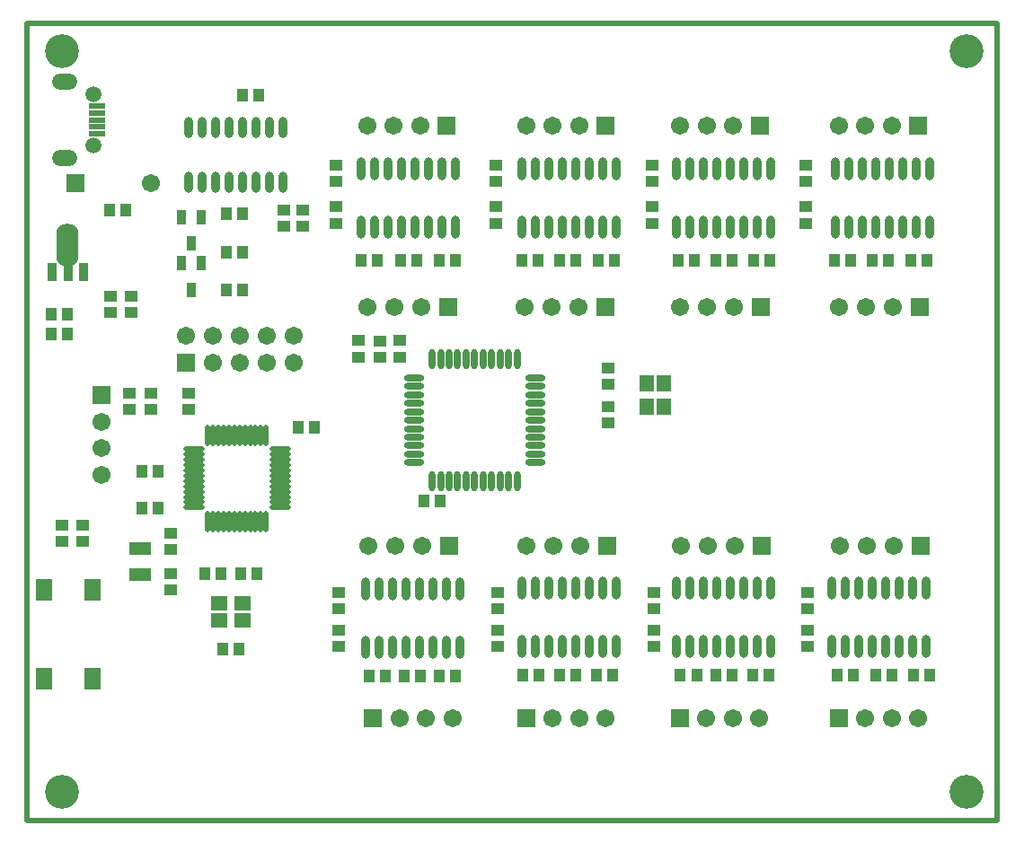
<source format=gts>
G04*
G04 #@! TF.GenerationSoftware,Altium Limited,Altium Designer,18.1.9 (240)*
G04*
G04 Layer_Color=8388736*
%FSLAX24Y24*%
%MOIN*%
G70*
G01*
G75*
%ADD20C,0.0200*%
%ADD38R,0.0466X0.0446*%
%ADD39R,0.0533X0.0631*%
%ADD40R,0.0446X0.0466*%
%ADD41R,0.0345X0.0700*%
G04:AMPARAMS|DCode=42|XSize=158mil|YSize=83mil|CornerRadius=37.8mil|HoleSize=0mil|Usage=FLASHONLY|Rotation=270.000|XOffset=0mil|YOffset=0mil|HoleType=Round|Shape=RoundedRectangle|*
%AMROUNDEDRECTD42*
21,1,0.1580,0.0075,0,0,270.0*
21,1,0.0825,0.0830,0,0,270.0*
1,1,0.0755,-0.0038,-0.0413*
1,1,0.0755,-0.0038,0.0413*
1,1,0.0755,0.0038,0.0413*
1,1,0.0755,0.0038,-0.0413*
%
%ADD42ROUNDEDRECTD42*%
%ADD43C,0.0080*%
%ADD44R,0.0631X0.0237*%
%ADD45O,0.0316X0.0789*%
%ADD46R,0.0789X0.0474*%
%ADD47R,0.0631X0.0533*%
%ADD48R,0.0592X0.0789*%
%ADD49O,0.0317X0.0856*%
%ADD50O,0.0737X0.0245*%
%ADD51O,0.0245X0.0737*%
%ADD52O,0.0198X0.0789*%
%ADD53O,0.0789X0.0198*%
%ADD54R,0.0356X0.0572*%
%ADD55C,0.0671*%
%ADD56R,0.0671X0.0671*%
%ADD57R,0.0671X0.0671*%
%ADD58C,0.1261*%
%ADD59C,0.0592*%
%ADD60O,0.0946X0.0592*%
D20*
X0Y29600D02*
X36000D01*
Y0D02*
Y29600D01*
X0Y0D02*
X36000D01*
X0Y50D02*
Y29600D01*
Y50D02*
X50Y0D01*
D38*
X12300Y17805D02*
D03*
Y17199D02*
D03*
X3800Y15247D02*
D03*
Y15853D02*
D03*
X21550Y16803D02*
D03*
Y16197D02*
D03*
Y14747D02*
D03*
Y15353D02*
D03*
X13835Y17199D02*
D03*
Y17805D02*
D03*
X13085Y17804D02*
D03*
Y17198D02*
D03*
X3862Y18847D02*
D03*
Y19453D02*
D03*
X3079Y18847D02*
D03*
Y19453D02*
D03*
X2050Y10953D02*
D03*
Y10347D02*
D03*
X1300Y10964D02*
D03*
Y10357D02*
D03*
X4600Y15247D02*
D03*
Y15853D02*
D03*
X28948Y7864D02*
D03*
Y8471D02*
D03*
Y7053D02*
D03*
Y6447D02*
D03*
X23248Y7864D02*
D03*
Y8471D02*
D03*
Y7053D02*
D03*
Y6447D02*
D03*
X17448Y7053D02*
D03*
Y6447D02*
D03*
Y7864D02*
D03*
Y8471D02*
D03*
X11548Y7053D02*
D03*
Y6447D02*
D03*
X6000Y15247D02*
D03*
Y15853D02*
D03*
X11548Y8471D02*
D03*
Y7864D02*
D03*
X17400Y22171D02*
D03*
Y22777D02*
D03*
Y24327D02*
D03*
Y23721D02*
D03*
X11450Y24327D02*
D03*
Y23721D02*
D03*
X28900D02*
D03*
Y24327D02*
D03*
X23200Y22777D02*
D03*
Y22171D02*
D03*
Y23721D02*
D03*
Y24327D02*
D03*
X28900Y22777D02*
D03*
Y22171D02*
D03*
X11450Y22777D02*
D03*
Y22171D02*
D03*
X10235Y22041D02*
D03*
Y22647D02*
D03*
X9535D02*
D03*
Y22041D02*
D03*
X5319Y8554D02*
D03*
Y9160D02*
D03*
Y10660D02*
D03*
Y10054D02*
D03*
D39*
X22985Y16233D02*
D03*
X23615Y15367D02*
D03*
X22985D02*
D03*
X23615Y16233D02*
D03*
D40*
X14730Y11850D02*
D03*
X15336D02*
D03*
X897Y18050D02*
D03*
X1503D02*
D03*
X897Y18800D02*
D03*
X1503D02*
D03*
X15901Y5350D02*
D03*
X15295D02*
D03*
X14601D02*
D03*
X13995D02*
D03*
X13301D02*
D03*
X12695D02*
D03*
X8537Y9141D02*
D03*
X7931D02*
D03*
X4856Y11591D02*
D03*
X4250D02*
D03*
X10653Y14600D02*
D03*
X10047D02*
D03*
X20364Y5393D02*
D03*
X19757D02*
D03*
X21721D02*
D03*
X21114D02*
D03*
X19001D02*
D03*
X18395D02*
D03*
X26151D02*
D03*
X25545D02*
D03*
X24848D02*
D03*
X24242D02*
D03*
X27520D02*
D03*
X26913D02*
D03*
X32101D02*
D03*
X31495D02*
D03*
X30651D02*
D03*
X30045D02*
D03*
X33501D02*
D03*
X32895D02*
D03*
X33403Y20774D02*
D03*
X32797D02*
D03*
X31953D02*
D03*
X31347D02*
D03*
X26175D02*
D03*
X25569D02*
D03*
X4856Y12944D02*
D03*
X4250D02*
D03*
X3047Y22650D02*
D03*
X3653D02*
D03*
X7997Y26925D02*
D03*
X8603D02*
D03*
X19747Y20774D02*
D03*
X20353D02*
D03*
X29947D02*
D03*
X30553D02*
D03*
X26969D02*
D03*
X27575D02*
D03*
X24169D02*
D03*
X24775D02*
D03*
X15297D02*
D03*
X15903D02*
D03*
X18347D02*
D03*
X18953D02*
D03*
X21191D02*
D03*
X21797D02*
D03*
X13847D02*
D03*
X14453D02*
D03*
X12397D02*
D03*
X13003D02*
D03*
X7987Y21091D02*
D03*
X7381D02*
D03*
X7381Y19698D02*
D03*
X7987D02*
D03*
X7987Y22514D02*
D03*
X7381D02*
D03*
X7203Y9141D02*
D03*
X6597D02*
D03*
X7856Y6341D02*
D03*
X7250D02*
D03*
D41*
X1517Y20370D02*
D03*
X2104D02*
D03*
X923D02*
D03*
D42*
X1503Y21344D02*
D03*
D43*
D03*
D44*
X2599Y26512D02*
D03*
Y26256D02*
D03*
Y26000D02*
D03*
Y25744D02*
D03*
Y25488D02*
D03*
D45*
X9487Y25738D02*
D03*
X8987D02*
D03*
X8487D02*
D03*
X7987D02*
D03*
X7487D02*
D03*
X6987D02*
D03*
X6487D02*
D03*
X5987D02*
D03*
X9487Y23691D02*
D03*
X8987D02*
D03*
X8487D02*
D03*
X7987D02*
D03*
X7487D02*
D03*
X6987D02*
D03*
X6487D02*
D03*
X5987D02*
D03*
D46*
X4200Y9108D02*
D03*
Y10092D02*
D03*
D47*
X7986Y7429D02*
D03*
X7120Y8059D02*
D03*
Y7429D02*
D03*
X7986Y8059D02*
D03*
D48*
X642Y8553D02*
D03*
X2413Y5247D02*
D03*
X642D02*
D03*
X2413Y8553D02*
D03*
D49*
X33348Y8617D02*
D03*
X32848D02*
D03*
X32348D02*
D03*
X31848D02*
D03*
X31348D02*
D03*
X30848D02*
D03*
X30348D02*
D03*
X29848D02*
D03*
X33348Y6463D02*
D03*
X32848D02*
D03*
X32348D02*
D03*
X31848D02*
D03*
X31348D02*
D03*
X30848D02*
D03*
X30348D02*
D03*
X29848D02*
D03*
X27595Y8617D02*
D03*
X27095D02*
D03*
X26595D02*
D03*
X26095D02*
D03*
X25595D02*
D03*
X25095D02*
D03*
X24595D02*
D03*
X24095D02*
D03*
X27595Y6463D02*
D03*
X27095D02*
D03*
X26595D02*
D03*
X26095D02*
D03*
X25595D02*
D03*
X25095D02*
D03*
X24595D02*
D03*
X24095D02*
D03*
X21846Y8617D02*
D03*
X21346D02*
D03*
X20846D02*
D03*
X20346D02*
D03*
X19846D02*
D03*
X19346D02*
D03*
X18846D02*
D03*
X18346D02*
D03*
X21846Y6463D02*
D03*
X21346D02*
D03*
X20846D02*
D03*
X20346D02*
D03*
X19846D02*
D03*
X19346D02*
D03*
X18846D02*
D03*
X18346D02*
D03*
X16045Y8592D02*
D03*
X15545D02*
D03*
X15045D02*
D03*
X14545D02*
D03*
X14045D02*
D03*
X13545D02*
D03*
X13045D02*
D03*
X12545D02*
D03*
X16045Y6438D02*
D03*
X15545D02*
D03*
X15045D02*
D03*
X14545D02*
D03*
X14045D02*
D03*
X13545D02*
D03*
X13045D02*
D03*
X12545D02*
D03*
X33501Y24176D02*
D03*
X33001D02*
D03*
X32501D02*
D03*
X32001D02*
D03*
X31501D02*
D03*
X31001D02*
D03*
X30501D02*
D03*
X30001D02*
D03*
X33501Y22022D02*
D03*
X33001D02*
D03*
X32501D02*
D03*
X32001D02*
D03*
X31501D02*
D03*
X31001D02*
D03*
X30501D02*
D03*
X30001D02*
D03*
X27597Y24176D02*
D03*
X27097D02*
D03*
X26597D02*
D03*
X26097D02*
D03*
X25597D02*
D03*
X25097D02*
D03*
X24597D02*
D03*
X24097D02*
D03*
X27597Y22022D02*
D03*
X27097D02*
D03*
X26597D02*
D03*
X26097D02*
D03*
X25597D02*
D03*
X25097D02*
D03*
X24597D02*
D03*
X24097D02*
D03*
X15900Y24176D02*
D03*
X15400D02*
D03*
X14900D02*
D03*
X14400D02*
D03*
X13900D02*
D03*
X13400D02*
D03*
X12900D02*
D03*
X12400D02*
D03*
X15900Y22022D02*
D03*
X15400D02*
D03*
X14900D02*
D03*
X14400D02*
D03*
X13900D02*
D03*
X13400D02*
D03*
X12900D02*
D03*
X12400D02*
D03*
X21848Y24176D02*
D03*
X21348D02*
D03*
X20848D02*
D03*
X20348D02*
D03*
X19848D02*
D03*
X19348D02*
D03*
X18848D02*
D03*
X18348D02*
D03*
X21848Y22022D02*
D03*
X21348D02*
D03*
X20848D02*
D03*
X20348D02*
D03*
X19848D02*
D03*
X19348D02*
D03*
X18848D02*
D03*
X18348D02*
D03*
D50*
X14350Y13275D02*
D03*
Y13590D02*
D03*
Y13905D02*
D03*
Y14220D02*
D03*
Y14535D02*
D03*
Y14850D02*
D03*
Y15165D02*
D03*
Y15480D02*
D03*
Y15795D02*
D03*
Y16110D02*
D03*
Y16425D02*
D03*
X18866D02*
D03*
Y16110D02*
D03*
Y15795D02*
D03*
Y15480D02*
D03*
Y15165D02*
D03*
Y14850D02*
D03*
Y14535D02*
D03*
Y14220D02*
D03*
Y13905D02*
D03*
Y13590D02*
D03*
Y13275D02*
D03*
D51*
X15033Y17108D02*
D03*
X15348D02*
D03*
X15663D02*
D03*
X15978D02*
D03*
X16293D02*
D03*
X16608D02*
D03*
X16923D02*
D03*
X17238D02*
D03*
X17553D02*
D03*
X17868D02*
D03*
X18183D02*
D03*
Y12592D02*
D03*
X17868D02*
D03*
X17553D02*
D03*
X17238D02*
D03*
X16923D02*
D03*
X16608D02*
D03*
X16293D02*
D03*
X15978D02*
D03*
X15663D02*
D03*
X15348D02*
D03*
X15033D02*
D03*
D52*
X6704Y11096D02*
D03*
X6901D02*
D03*
X7098D02*
D03*
X7295D02*
D03*
X7492D02*
D03*
X7689D02*
D03*
X7886D02*
D03*
X8082D02*
D03*
X8279D02*
D03*
X8476D02*
D03*
X8673D02*
D03*
X8870D02*
D03*
Y14285D02*
D03*
X8673D02*
D03*
X8476D02*
D03*
X8279D02*
D03*
X8082D02*
D03*
X7886D02*
D03*
X7689D02*
D03*
X7492D02*
D03*
X7295D02*
D03*
X7098D02*
D03*
X6901D02*
D03*
X6704D02*
D03*
D53*
X9382Y11608D02*
D03*
Y11805D02*
D03*
Y12002D02*
D03*
Y12198D02*
D03*
Y12395D02*
D03*
Y12592D02*
D03*
Y12789D02*
D03*
Y12986D02*
D03*
Y13183D02*
D03*
Y13380D02*
D03*
Y13576D02*
D03*
Y13773D02*
D03*
X6193D02*
D03*
Y13576D02*
D03*
Y13380D02*
D03*
Y13183D02*
D03*
Y12986D02*
D03*
Y12789D02*
D03*
Y12592D02*
D03*
Y12395D02*
D03*
Y12198D02*
D03*
Y12002D02*
D03*
Y11805D02*
D03*
Y11608D02*
D03*
D54*
X6461Y22397D02*
D03*
X5713D02*
D03*
X6087Y21413D02*
D03*
X6461Y20683D02*
D03*
X5713D02*
D03*
X6087Y19698D02*
D03*
D55*
X30124Y25799D02*
D03*
X31108D02*
D03*
X32092D02*
D03*
X24232D02*
D03*
X25216D02*
D03*
X26200D02*
D03*
X18524D02*
D03*
X19508D02*
D03*
X20492D02*
D03*
X12624D02*
D03*
X13608D02*
D03*
X14592D02*
D03*
X15784Y3800D02*
D03*
X14800D02*
D03*
X13816D02*
D03*
X21476D02*
D03*
X20492D02*
D03*
X19508D02*
D03*
X27176D02*
D03*
X26192D02*
D03*
X25208D02*
D03*
X33076D02*
D03*
X32092D02*
D03*
X31108D02*
D03*
X2750Y12824D02*
D03*
Y13808D02*
D03*
Y14792D02*
D03*
X32171Y10200D02*
D03*
X31171D02*
D03*
X30171D02*
D03*
X26267D02*
D03*
X25267D02*
D03*
X24267D02*
D03*
X20517D02*
D03*
X19517D02*
D03*
X18517D02*
D03*
X14669D02*
D03*
X13669D02*
D03*
X12669D02*
D03*
X4601Y23650D02*
D03*
X26219Y19049D02*
D03*
X25219D02*
D03*
X24219D02*
D03*
X32122D02*
D03*
X31122D02*
D03*
X30122D02*
D03*
X20469D02*
D03*
X19469D02*
D03*
X18469D02*
D03*
X14619D02*
D03*
X13619D02*
D03*
X12619D02*
D03*
X6887Y16991D02*
D03*
X7887D02*
D03*
X8887D02*
D03*
X9887D02*
D03*
X5887Y17991D02*
D03*
X6887D02*
D03*
X7887D02*
D03*
X8887D02*
D03*
X9887D02*
D03*
D56*
X33076Y25799D02*
D03*
X27184D02*
D03*
X21476D02*
D03*
X15576D02*
D03*
X12831Y3800D02*
D03*
X18524D02*
D03*
X24224D02*
D03*
X30124D02*
D03*
X33171Y10200D02*
D03*
X27267D02*
D03*
X21517D02*
D03*
X15669D02*
D03*
X1806Y23650D02*
D03*
X27219Y19049D02*
D03*
X33122D02*
D03*
X21469D02*
D03*
X15619D02*
D03*
X5887Y16991D02*
D03*
D57*
X2750Y15776D02*
D03*
D58*
X34850Y1050D02*
D03*
X1300D02*
D03*
X34850Y28550D02*
D03*
X1300D02*
D03*
D59*
X2452Y25045D02*
D03*
Y26955D02*
D03*
D60*
X1401Y27417D02*
D03*
Y24583D02*
D03*
M02*

</source>
